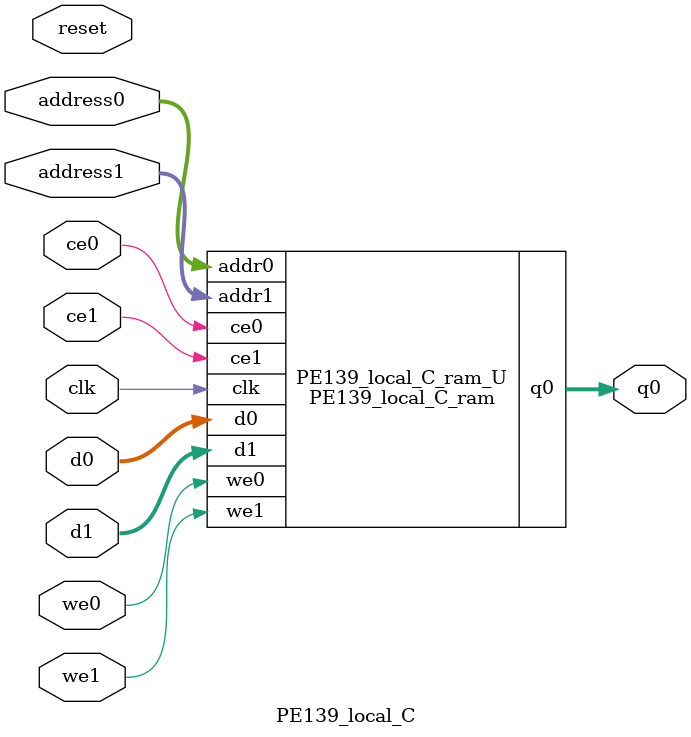
<source format=v>
`timescale 1 ns / 1 ps
module PE139_local_C_ram (addr0, ce0, d0, we0, q0, addr1, ce1, d1, we1,  clk);

parameter DWIDTH = 32;
parameter AWIDTH = 2;
parameter MEM_SIZE = 4;

input[AWIDTH-1:0] addr0;
input ce0;
input[DWIDTH-1:0] d0;
input we0;
output reg[DWIDTH-1:0] q0;
input[AWIDTH-1:0] addr1;
input ce1;
input[DWIDTH-1:0] d1;
input we1;
input clk;

(* ram_style = "block" *)reg [DWIDTH-1:0] ram[0:MEM_SIZE-1];




always @(posedge clk)  
begin 
    if (ce0) begin
        if (we0) 
            ram[addr0] <= d0; 
        q0 <= ram[addr0];
    end
end


always @(posedge clk)  
begin 
    if (ce1) begin
        if (we1) 
            ram[addr1] <= d1; 
    end
end


endmodule

`timescale 1 ns / 1 ps
module PE139_local_C(
    reset,
    clk,
    address0,
    ce0,
    we0,
    d0,
    q0,
    address1,
    ce1,
    we1,
    d1);

parameter DataWidth = 32'd32;
parameter AddressRange = 32'd4;
parameter AddressWidth = 32'd2;
input reset;
input clk;
input[AddressWidth - 1:0] address0;
input ce0;
input we0;
input[DataWidth - 1:0] d0;
output[DataWidth - 1:0] q0;
input[AddressWidth - 1:0] address1;
input ce1;
input we1;
input[DataWidth - 1:0] d1;



PE139_local_C_ram PE139_local_C_ram_U(
    .clk( clk ),
    .addr0( address0 ),
    .ce0( ce0 ),
    .we0( we0 ),
    .d0( d0 ),
    .q0( q0 ),
    .addr1( address1 ),
    .ce1( ce1 ),
    .we1( we1 ),
    .d1( d1 ));

endmodule


</source>
